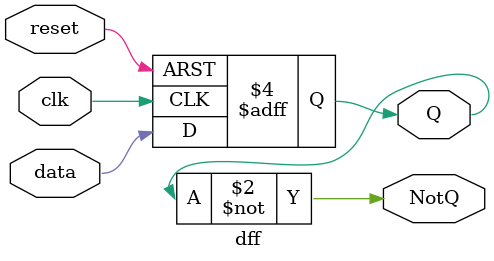
<source format=v>
module dff(
    input data, clk, reset,
    output reg Q,
    output NotQ
);

    initial begin
        Q <= 0;
    end
    
    always @(posedge clk, posedge reset) begin
        if (reset)
            Q <= 0;
        else
            Q <= data;
    end
    
    assign NotQ = ~Q;

endmodule
</source>
